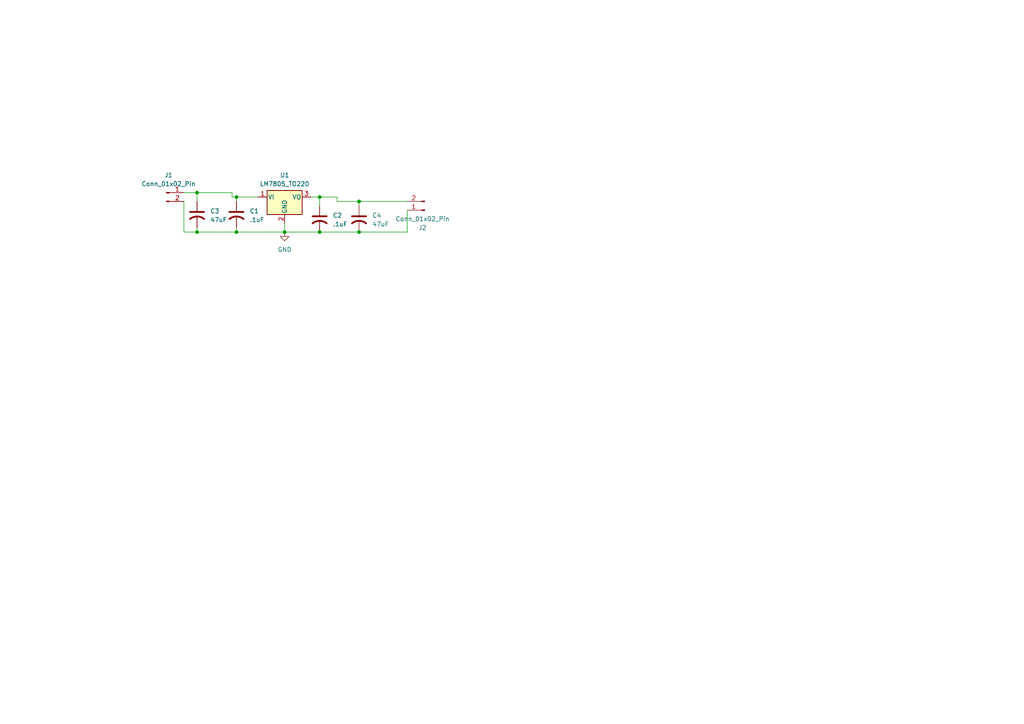
<source format=kicad_sch>
(kicad_sch (version 20250114) (generator "eeschema") (generator_version "9.0")
  (paper "A4")
  (title_block (title "Assignment1") (date "2025-10-07") (rev "1") (company "Gold Rush"))
  (lib_symbols
    (symbol "Connector:Conn_01x02_Pin" (pin_names (offset 1.016) (hide yes))
      (property "Reference" "J" (at 0 2.54 0))
      (property "Value" "Conn_01x02_Pin" (at 0 -5.08 0))
      (symbol "Conn_01x02_Pin_1_1"
        (rectangle (start 0.8636 0.127) (end 0 -0.127) (stroke (width 0.1524)) (fill (type outline)))
        (rectangle (start 0.8636 -2.413) (end 0 -2.667) (stroke (width 0.1524)) (fill (type outline)))
        (polyline (pts (xy 1.27 0) (xy 0.8636 0)) (stroke (width 0.1524)))
        (polyline (pts (xy 1.27 -2.54) (xy 0.8636 -2.54)) (stroke (width 0.1524)))
        (pin passive line (at 5.08 0 180) (length 3.81) (name "Pin_1") (number "1"))
        (pin passive line (at 5.08 -2.54 180) (length 3.81) (name "Pin_2") (number "2"))
      )
    )
    (symbol "Device:C_US" (pin_numbers (hide yes)) (pin_names (offset 0.254) (hide yes))
      (property "Reference" "C" (at 0.635 2.54 0))
      (property "Value" "C_US" (at 0.635 -2.54 0))
      (symbol "C_US_0_1"
        (polyline (pts (xy -2.032 0.762) (xy 2.032 0.762)) (stroke (width 0.508)))
        (arc (start -2.032 -1.27) (mid 0 -0.5572) (end 2.032 -1.27) (stroke (width 0.508)))
      )
      (symbol "C_US_1_1"
        (pin passive line (at 0 3.81 270) (length 2.794) (name "~") (number "1"))
        (pin passive line (at 0 -3.81 90) (length 3.302) (name "~") (number "2"))
      )
    )
    (symbol "Regulator_Linear:LM7805_TO220" (pin_names (offset 0.254))
      (property "Reference" "U" (at -3.81 3.175 0))
      (property "Value" "LM7805_TO220" (at 0 3.175 0))
      (symbol "LM7805_TO220_0_1"
        (rectangle (start -5.08 1.905) (end 5.08 -5.08) (stroke (width 0.254)) (fill (type background)))
      )
      (symbol "LM7805_TO220_1_1"
        (pin power_in line (at -7.62 0 0) (length 2.54) (name "VI") (number "1"))
        (pin power_in line (at 0 -7.62 90) (length 2.54) (name "GND") (number "2"))
        (pin power_out line (at 7.62 0 180) (length 2.54) (name "VO") (number "3"))
      )
    )
    (symbol "power:GND" (power) (pin_numbers (hide yes)) (pin_names (offset 0) (hide yes))
      (property "Value" "GND" (at 0 -3.81 0))
      (symbol "GND_0_1"
        (polyline (pts (xy 0 0) (xy 0 -1.27) (xy 1.27 -1.27) (xy 0 -2.54) (xy -1.27 -1.27) (xy 0 -1.27)))
      )
      (symbol "GND_1_1"
        (pin power_in line (at 0 0 270) (length 0) (name "~") (number "1"))
      )
    )
  )
  (junction (at 104.14 67.31))
  (junction (at 68.58 67.31))
  (junction (at 57.15 55.88))
  (junction (at 104.14 58.42))
  (junction (at 82.55 67.31))
  (junction (at 92.71 67.31))
  (junction (at 68.58 57.15))
  (junction (at 92.71 57.15))
  (junction (at 57.15 67.31))
  (wire (pts (xy 104.14 67.31) (xy 118.11 67.31)))
  (wire (pts (xy 53.34 55.88) (xy 57.15 55.88)))
  (wire (pts (xy 68.58 67.31) (xy 68.58 66.04)))
  (wire (pts (xy 57.15 66.04) (xy 57.15 67.31)))
  (wire (pts (xy 57.15 55.88) (xy 67.31 55.88)))
  (wire (pts (xy 92.71 57.15) (xy 97.79 57.15)))
  (wire (pts (xy 67.31 55.88) (xy 67.31 57.15)))
  (wire (pts (xy 57.15 58.42) (xy 57.15 55.88)))
  (wire (pts (xy 104.14 59.69) (xy 104.14 58.42)))
  (wire (pts (xy 82.55 67.31) (xy 82.55 64.77)))
  (wire (pts (xy 92.71 59.69) (xy 92.71 57.15)))
  (wire (pts (xy 92.71 57.15) (xy 90.17 57.15)))
  (wire (pts (xy 68.58 57.15) (xy 74.93 57.15)))
  (wire (pts (xy 57.15 67.31) (xy 68.58 67.31)))
  (wire (pts (xy 118.11 60.96) (xy 118.11 67.31)))
  (wire (pts (xy 68.58 58.42) (xy 68.58 57.15)))
  (wire (pts (xy 82.55 67.31) (xy 92.71 67.31)))
  (wire (pts (xy 104.14 58.42) (xy 97.79 58.42)))
  (wire (pts (xy 104.14 58.42) (xy 118.11 58.42)))
  (wire (pts (xy 68.58 57.15) (xy 67.31 57.15)))
  (wire (pts (xy 53.34 67.31) (xy 57.15 67.31)))
  (wire (pts (xy 82.55 67.31) (xy 68.58 67.31)))
  (wire (pts (xy 92.71 67.31) (xy 104.14 67.31)))
  (wire (pts (xy 97.79 58.42) (xy 97.79 57.15)))
  (wire (pts (xy 53.34 58.42) (xy 53.34 67.31)))
  (symbol (lib_id "Device:C_US") (at 104.14 63.5 0) (unit 1)
    (property "Reference" "C4" (at 107.95 62.4839 0) (effects (justify left)))
    (property "Value" "47uF" (at 107.95 65.0239 0) (effects (justify left)))
    (property "Footprint" "Capacitor_THT:C_Radial_D6.3mm_H5.0mm_P2.50mm" (effects (hide yes)))
    (property "Description" "capacitor, US symbol" (effects (hide yes)))
  )
  (symbol (lib_id "Connector:Conn_01x02_Pin") (at 48.26 55.88 0) (unit 1)
    (property "Reference" "J1" (at 48.895 50.8 0))
    (property "Value" "Conn_01x02_Pin" (at 48.895 53.34 0))
    (property "Footprint" "TerminalBlock_Phoenix:TerminalBlock_Phoenix_MKDS-1,5-2-5.08_1x02_P5.08mm_Horizontal" (effects (hide yes)))
    (property "Description" "Generic connector, single row, 01x02, script generated" (effects (hide yes)))
  )
  (symbol (lib_id "Device:C_US") (at 68.58 62.23 0) (unit 1)
    (property "Reference" "C1" (at 72.39 61.2139 0) (effects (justify left)))
    (property "Value" ".1uF" (at 72.39 63.7539 0) (effects (justify left)))
    (property "Footprint" "Capacitor_SMD:C_0805_2012Metric" (effects (hide yes)))
    (property "Description" "capacitor, US symbol" (effects (hide yes)))
  )
  (symbol (lib_id "Device:C_US") (at 92.71 63.5 0) (unit 1)
    (property "Reference" "C2" (at 96.52 62.4839 0) (effects (justify left)))
    (property "Value" ".1uF" (at 96.52 65.0239 0) (effects (justify left)))
    (property "Footprint" "Capacitor_SMD:C_0805_2012Metric" (effects (hide yes)))
    (property "Description" "capacitor, US symbol" (effects (hide yes)))
  )
  (symbol (lib_id "power:GND") (at 82.55 67.31 0) (unit 1)
    (property "Reference" "#PWR01" (effects (hide yes)))
    (property "Value" "GND" (at 82.55 72.39 0))
    (property "Description" "Power symbol creates a global label with name \"GND\" , ground" (effects (hide yes)))
  )
  (symbol (lib_id "Regulator_Linear:LM7805_TO220") (at 82.55 57.15 0) (unit 1)
    (property "Reference" "U1" (at 82.55 50.8 0))
    (property "Value" "LM7805_TO220" (at 82.55 53.34 0))
    (property "Footprint" "Package_TO_SOT_THT:TO-220-3_Vertical" (effects (hide yes)))
    (property "Datasheet" "https://www.onsemi.cn/PowerSolutions/document/MC7800-D.PDF" (effects (hide yes)))
    (property "Description" "Positive 1A 35V Linear Regulator, Fixed Output 5V, TO-220" (effects (hide yes)))
  )
  (symbol (lib_id "Connector:Conn_01x02_Pin") (at 123.19 60.96 180) (unit 1)
    (property "Reference" "J2" (at 122.555 66.04 0))
    (property "Value" "Conn_01x02_Pin" (at 122.555 63.5 0))
    (property "Footprint" "TerminalBlock_Phoenix:TerminalBlock_Phoenix_MKDS-1,5-2-5.08_1x02_P5.08mm_Horizontal" (effects (hide yes)))
    (property "Description" "Generic connector, single row, 01x02, script generated" (effects (hide yes)))
  )
  (symbol (lib_id "Device:C_US") (at 57.15 62.23 0) (unit 1)
    (property "Reference" "C3" (at 60.96 61.2139 0) (effects (justify left)))
    (property "Value" "47uF" (at 60.96 63.7539 0) (effects (justify left)))
    (property "Footprint" "Capacitor_THT:C_Radial_D6.3mm_H5.0mm_P2.50mm" (effects (hide yes)))
    (property "Description" "capacitor, US symbol" (effects (hide yes)))
  )
)
</source>
